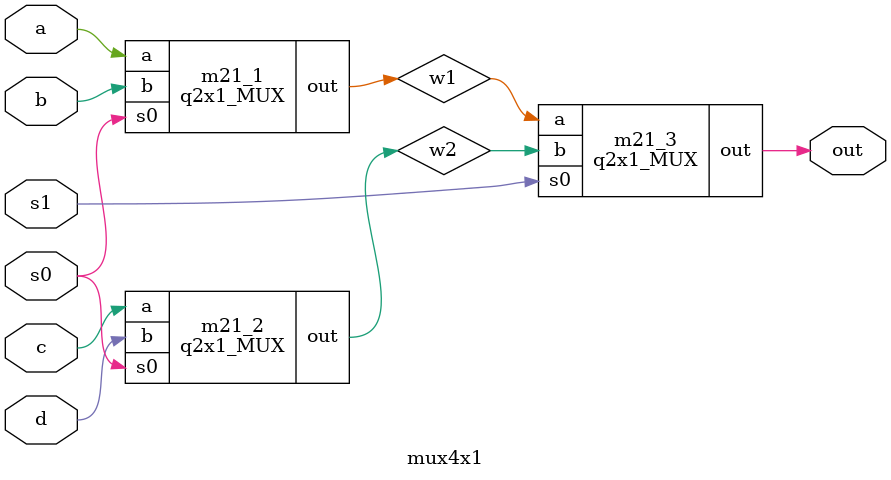
<source format=v>
module q2x1_MUX(input s0,a,b, output out);
wire w1,w2,inv_s0;
not a1(inv_s0,s0);
and a2(w1,inv_s0,a);
and a3(w2,s0,b);
or a4(out,w1,w2);
endmodule



module mux4x1(input s0,s1,a,b,c,d, output out);

wire w1,w2;
q2x1_MUX m21_1(s0,a,b,w1);
q2x1_MUX m21_2(s0,c,d,w2);
q2x1_MUX m21_3(s1,w1,w2,out);


endmodule

</source>
